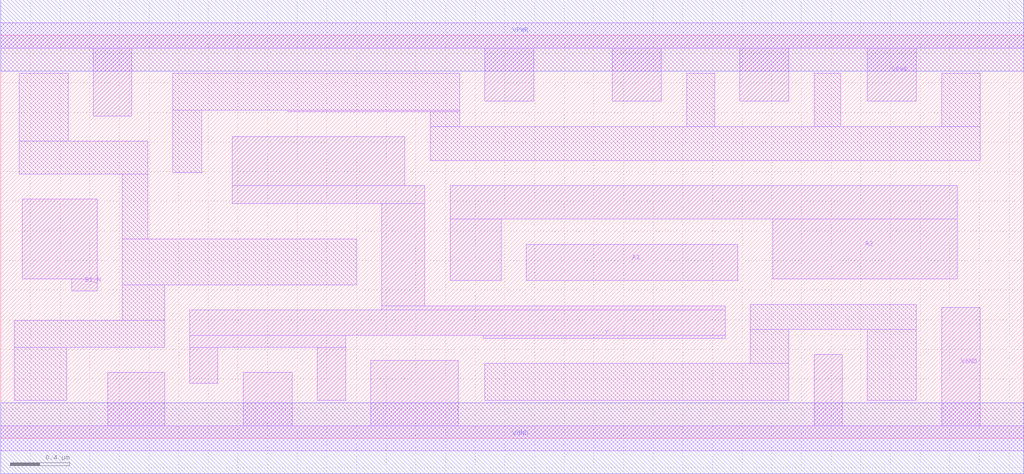
<source format=lef>
# Copyright 2020 The SkyWater PDK Authors
#
# Licensed under the Apache License, Version 2.0 (the "License");
# you may not use this file except in compliance with the License.
# You may obtain a copy of the License at
#
#     https://www.apache.org/licenses/LICENSE-2.0
#
# Unless required by applicable law or agreed to in writing, software
# distributed under the License is distributed on an "AS IS" BASIS,
# WITHOUT WARRANTIES OR CONDITIONS OF ANY KIND, either express or implied.
# See the License for the specific language governing permissions and
# limitations under the License.
#
# SPDX-License-Identifier: Apache-2.0

VERSION 5.5 ;
NAMESCASESENSITIVE ON ;
BUSBITCHARS "[]" ;
DIVIDERCHAR "/" ;
MACRO sky130_fd_sc_hd__a21boi_4
  CLASS CORE ;
  SOURCE USER ;
  ORIGIN  0.000000  0.000000 ;
  SIZE  6.900000 BY  2.720000 ;
  SYMMETRY X Y R90 ;
  SITE unithd ;
  PIN A1
    ANTENNAGATEAREA  0.990000 ;
    DIRECTION INPUT ;
    USE SIGNAL ;
    PORT
      LAYER li1 ;
        RECT 3.545000 1.065000 4.970000 1.310000 ;
    END
  END A1
  PIN A2
    ANTENNAGATEAREA  0.990000 ;
    DIRECTION INPUT ;
    USE SIGNAL ;
    PORT
      LAYER li1 ;
        RECT 3.030000 1.065000 3.375000 1.480000 ;
        RECT 3.030000 1.480000 6.450000 1.705000 ;
        RECT 5.205000 1.075000 6.450000 1.480000 ;
    END
  END A2
  PIN B1_N
    ANTENNAGATEAREA  0.247500 ;
    DIRECTION INPUT ;
    USE SIGNAL ;
    PORT
      LAYER li1 ;
        RECT 0.145000 1.075000 0.650000 1.615000 ;
        RECT 0.480000 0.995000 0.650000 1.075000 ;
    END
  END B1_N
  PIN Y
    ANTENNADIFFAREA  1.288000 ;
    DIRECTION OUTPUT ;
    USE SIGNAL ;
    PORT
      LAYER li1 ;
        RECT 1.275000 0.370000 1.465000 0.615000 ;
        RECT 1.275000 0.615000 2.325000 0.695000 ;
        RECT 1.275000 0.695000 4.885000 0.865000 ;
        RECT 1.560000 1.585000 2.860000 1.705000 ;
        RECT 1.560000 1.705000 2.725000 2.035000 ;
        RECT 2.135000 0.255000 2.325000 0.615000 ;
        RECT 2.570000 0.865000 4.885000 0.895000 ;
        RECT 2.570000 0.895000 2.860000 1.585000 ;
        RECT 3.255000 0.675000 4.885000 0.695000 ;
    END
  END Y
  PIN VGND
    DIRECTION INOUT ;
    SHAPE ABUTMENT ;
    USE GROUND ;
    PORT
      LAYER li1 ;
        RECT 0.000000 -0.085000 6.900000 0.085000 ;
        RECT 0.720000  0.085000 1.105000 0.445000 ;
        RECT 1.635000  0.085000 1.965000 0.445000 ;
        RECT 2.495000  0.085000 3.085000 0.525000 ;
        RECT 5.485000  0.085000 5.675000 0.565000 ;
        RECT 6.345000  0.085000 6.605000 0.885000 ;
    END
    PORT
      LAYER met1 ;
        RECT 0.000000 -0.240000 6.900000 0.240000 ;
    END
  END VGND
  PIN VPWR
    DIRECTION INOUT ;
    SHAPE ABUTMENT ;
    USE POWER ;
    PORT
      LAYER li1 ;
        RECT 0.000000 2.635000 6.900000 2.805000 ;
        RECT 0.625000 2.175000 0.885000 2.635000 ;
        RECT 3.265000 2.275000 3.595000 2.635000 ;
        RECT 4.125000 2.275000 4.455000 2.635000 ;
        RECT 4.985000 2.275000 5.315000 2.635000 ;
        RECT 5.845000 2.275000 6.175000 2.635000 ;
    END
    PORT
      LAYER met1 ;
        RECT 0.000000 2.480000 6.900000 2.960000 ;
    END
  END VPWR
  OBS
    LAYER li1 ;
      RECT 0.090000 0.255000 0.445000 0.615000 ;
      RECT 0.090000 0.615000 1.105000 0.795000 ;
      RECT 0.125000 1.785000 0.990000 2.005000 ;
      RECT 0.125000 2.005000 0.455000 2.465000 ;
      RECT 0.820000 0.795000 1.105000 1.035000 ;
      RECT 0.820000 1.035000 2.400000 1.345000 ;
      RECT 0.820000 1.345000 0.990000 1.785000 ;
      RECT 1.160000 1.795000 1.355000 2.215000 ;
      RECT 1.160000 2.215000 3.095000 2.465000 ;
      RECT 1.935000 2.205000 3.095000 2.215000 ;
      RECT 2.895000 1.875000 6.605000 2.105000 ;
      RECT 2.895000 2.105000 3.095000 2.205000 ;
      RECT 3.265000 0.255000 5.315000 0.505000 ;
      RECT 4.625000 2.105000 4.815000 2.465000 ;
      RECT 5.055000 0.505000 5.315000 0.735000 ;
      RECT 5.055000 0.735000 6.175000 0.905000 ;
      RECT 5.485000 2.105000 5.665000 2.465000 ;
      RECT 5.845000 0.255000 6.175000 0.735000 ;
      RECT 6.345000 2.105000 6.605000 2.465000 ;
  END
END sky130_fd_sc_hd__a21boi_4

</source>
